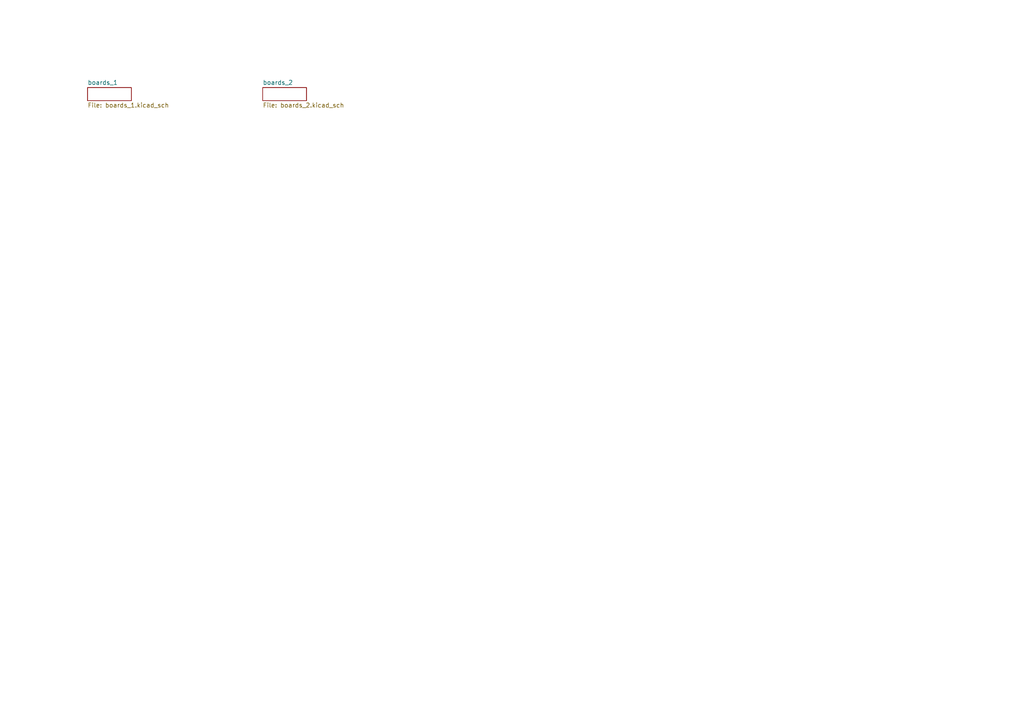
<source format=kicad_sch>
(kicad_sch (version 20211123) (generator eeschema)
  (paper "A4")
  (lib_symbols)
  (sheet (at 76.2 25.4) (size 12.7 3.81)
    (property "Sheet name" "boards_2" (at 76.2 24.6884 0) (effects (justify left bottom)))
    (property "Sheet file" "boards_2.kicad_sch" (at 76.2 29.7946 0) (effects (justify left top)))
  )
  (sheet (at 25.4 25.4) (size 12.7 3.81)
    (property "Sheet name" "boards_1" (at 25.4 24.6884 0) (effects (justify left bottom)))
    (property "Sheet file" "boards_1.kicad_sch" (at 25.4 29.7946 0) (effects (justify left top)))
  )
)
</source>
